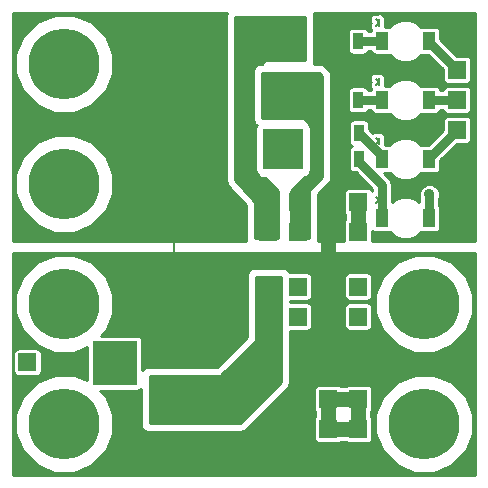
<source format=gbr>
G04 #@! TF.FileFunction,Copper,L1,Top,Signal*
%FSLAX46Y46*%
G04 Gerber Fmt 4.6, Leading zero omitted, Abs format (unit mm)*
G04 Created by KiCad (PCBNEW 4.0.1-stable) date 18. 2. 2016 11:55:29*
%MOMM*%
G01*
G04 APERTURE LIST*
%ADD10C,0.300000*%
%ADD11C,0.150000*%
%ADD12C,6.000000*%
%ADD13R,1.524000X1.524000*%
%ADD14R,3.810000X3.810000*%
%ADD15R,0.889000X1.397000*%
%ADD16R,3.400000X3.400000*%
%ADD17R,1.050000X1.500000*%
%ADD18C,0.890000*%
%ADD19C,0.200000*%
%ADD20C,1.300000*%
%ADD21C,0.800000*%
%ADD22C,0.254000*%
G04 APERTURE END LIST*
D10*
D11*
X31757620Y24006220D02*
X31437580Y24311020D01*
X31719520Y24021460D02*
X31445200Y23749680D01*
X31750000Y23749680D02*
X31755080Y24318640D01*
X31757620Y39006220D02*
X31437580Y39311020D01*
X31719520Y39021460D02*
X31445200Y38749680D01*
X31750000Y38749680D02*
X31755080Y39318640D01*
X31757620Y29001720D02*
X31437580Y29306520D01*
X31719520Y29016960D02*
X31445200Y28745180D01*
X31750000Y28745180D02*
X31755080Y29314140D01*
X31757620Y34006220D02*
X31437580Y34311020D01*
X31719520Y34021460D02*
X31445200Y33749680D01*
X31750000Y33749680D02*
X31755080Y34318640D01*
D12*
X35560000Y15240000D03*
D13*
X29972000Y2095500D03*
X27432000Y2095500D03*
X29972000Y4635500D03*
X27432000Y4635500D03*
X29972000Y7175500D03*
X27432000Y7175500D03*
X29972000Y9715500D03*
X27432000Y9715500D03*
D14*
X14351000Y13312000D03*
X14351000Y7112000D03*
X9351000Y10212000D03*
D13*
X22352000Y14160500D03*
X22352000Y16700500D03*
X22352000Y21336000D03*
X22352000Y23876000D03*
X24892000Y21336000D03*
X24892000Y23876000D03*
X24892000Y14160500D03*
X24892000Y16700500D03*
X38354000Y35052000D03*
X38354000Y29972000D03*
D15*
X30035500Y27495500D03*
X28130500Y27495500D03*
X29972000Y37465000D03*
X28067000Y37465000D03*
X30035500Y29718000D03*
X28130500Y29718000D03*
D16*
X23622000Y28320000D03*
X23622000Y33020000D03*
X23622000Y37720000D03*
D12*
X5080000Y15240000D03*
X35560000Y5080000D03*
X5080000Y5080000D03*
X5080000Y25400000D03*
X5080000Y35560000D03*
D13*
X38354000Y32512000D03*
D15*
X29972000Y32512000D03*
X28067000Y32512000D03*
D17*
X35972500Y22500000D03*
X31972500Y22500000D03*
X35972500Y37500000D03*
X31972500Y37500000D03*
X35972500Y27495500D03*
X31972500Y27495500D03*
X35972500Y32500000D03*
X31972500Y32500000D03*
D13*
X29972000Y14160500D03*
X29972000Y16700500D03*
X29972000Y21336000D03*
X29972000Y23876000D03*
X27432000Y21336000D03*
X27432000Y23876000D03*
X27432000Y14160500D03*
X27432000Y16700500D03*
X1968500Y10287000D03*
D18*
X13081000Y24130000D03*
X36004500Y24511000D03*
D19*
X14351000Y13312000D02*
X14351000Y22860000D01*
X14351000Y22860000D02*
X13081000Y24130000D01*
D20*
X27432000Y16700500D02*
X27432000Y21336000D01*
D21*
X28067000Y32512000D02*
X28067000Y37465000D01*
X28130500Y29718000D02*
X28130500Y32448500D01*
X28130500Y32448500D02*
X28067000Y32512000D01*
X28130500Y27495500D02*
X28130500Y29718000D01*
X28130500Y27495500D02*
X28130500Y24574500D01*
X28130500Y24574500D02*
X27432000Y23876000D01*
X30035500Y27495500D02*
X30035500Y27241500D01*
X30035500Y27241500D02*
X31972500Y25304500D01*
X31972500Y25304500D02*
X31972500Y24050000D01*
X31972500Y24050000D02*
X31972500Y22500000D01*
X35972500Y22500000D02*
X35972500Y24479000D01*
X35972500Y24479000D02*
X36004500Y24511000D01*
D20*
X29972000Y21336000D02*
X29972000Y23876000D01*
D21*
X31972500Y37500000D02*
X30007000Y37500000D01*
X30007000Y37500000D02*
X29972000Y37465000D01*
X35972500Y37500000D02*
X35972500Y37433500D01*
X35972500Y37433500D02*
X38354000Y35052000D01*
X30035500Y29718000D02*
X31972500Y27781000D01*
X31972500Y27781000D02*
X31972500Y27495500D01*
X35972500Y27495500D02*
X35972500Y27590500D01*
X35972500Y27590500D02*
X38354000Y29972000D01*
D20*
X29972000Y7175500D02*
X27432000Y7175500D01*
X29972000Y4635500D02*
X29972000Y7175500D01*
X27432000Y4635500D02*
X29972000Y4635500D01*
X27432000Y4635500D02*
X27432000Y7175500D01*
D21*
X29972000Y32512000D02*
X31960500Y32512000D01*
X31960500Y32512000D02*
X31972500Y32500000D01*
X35972500Y32500000D02*
X38342000Y32500000D01*
X38342000Y32500000D02*
X38354000Y32512000D01*
D22*
G36*
X23431500Y8625106D02*
X19949894Y5143500D01*
X12319000Y5143500D01*
X12319000Y9144000D01*
X18288000Y9144000D01*
X18337410Y9154006D01*
X18377803Y9181197D01*
X21298803Y12102197D01*
X21326666Y12144211D01*
X21336000Y12192000D01*
X21336000Y17526000D01*
X23431500Y17526000D01*
X23431500Y8625106D01*
X23431500Y8625106D01*
G37*
X23431500Y8625106D02*
X19949894Y5143500D01*
X12319000Y5143500D01*
X12319000Y9144000D01*
X18288000Y9144000D01*
X18337410Y9154006D01*
X18377803Y9181197D01*
X21298803Y12102197D01*
X21326666Y12144211D01*
X21336000Y12192000D01*
X21336000Y17526000D01*
X23431500Y17526000D01*
X23431500Y8625106D01*
G36*
X39884000Y756000D02*
X756000Y756000D01*
X756000Y11049000D01*
X771135Y11049000D01*
X771135Y9525000D01*
X800909Y9366763D01*
X894427Y9221433D01*
X1037119Y9123936D01*
X1206500Y9089635D01*
X2730500Y9089635D01*
X2888737Y9119409D01*
X3034067Y9212927D01*
X3131564Y9355619D01*
X3165865Y9525000D01*
X3165865Y11049000D01*
X3136091Y11207237D01*
X3042573Y11352567D01*
X2899881Y11450064D01*
X2730500Y11484365D01*
X1206500Y11484365D01*
X1048263Y11454591D01*
X902933Y11361073D01*
X805436Y11218381D01*
X771135Y11049000D01*
X756000Y11049000D01*
X756000Y14422690D01*
X952285Y14422690D01*
X1579259Y12905296D01*
X2739190Y11743340D01*
X4255487Y11113718D01*
X5897310Y11112285D01*
X7010635Y11572301D01*
X7010635Y8746980D01*
X5904513Y9206282D01*
X4262690Y9207715D01*
X2745296Y8580741D01*
X1583340Y7420810D01*
X953718Y5904513D01*
X952285Y4262690D01*
X1579259Y2745296D01*
X2739190Y1583340D01*
X4255487Y953718D01*
X5897310Y952285D01*
X7414704Y1579259D01*
X8576660Y2739190D01*
X9206282Y4255487D01*
X9207715Y5897310D01*
X8580741Y7414704D01*
X8124606Y7871635D01*
X11256000Y7871635D01*
X11414237Y7901409D01*
X11557000Y7993275D01*
X11557000Y5016500D01*
X11600427Y4785705D01*
X11736827Y4573733D01*
X11944949Y4431529D01*
X12192000Y4381500D01*
X20002500Y4381500D01*
X20241446Y4428172D01*
X20451513Y4567487D01*
X23821526Y7937500D01*
X26234635Y7937500D01*
X26234635Y6413500D01*
X26264409Y6255263D01*
X26355000Y6114482D01*
X26355000Y5692840D01*
X26268936Y5566881D01*
X26234635Y5397500D01*
X26234635Y3873500D01*
X26264409Y3715263D01*
X26357927Y3569933D01*
X26500619Y3472436D01*
X26670000Y3438135D01*
X28194000Y3438135D01*
X28352237Y3467909D01*
X28493018Y3558500D01*
X28914660Y3558500D01*
X29040619Y3472436D01*
X29210000Y3438135D01*
X30734000Y3438135D01*
X30892237Y3467909D01*
X31037567Y3561427D01*
X31135064Y3704119D01*
X31169365Y3873500D01*
X31169365Y4262690D01*
X31432285Y4262690D01*
X32059259Y2745296D01*
X33219190Y1583340D01*
X34735487Y953718D01*
X36377310Y952285D01*
X37894704Y1579259D01*
X39056660Y2739190D01*
X39686282Y4255487D01*
X39687715Y5897310D01*
X39060741Y7414704D01*
X37900810Y8576660D01*
X36384513Y9206282D01*
X34742690Y9207715D01*
X33225296Y8580741D01*
X32063340Y7420810D01*
X31433718Y5904513D01*
X31432285Y4262690D01*
X31169365Y4262690D01*
X31169365Y5397500D01*
X31139591Y5555737D01*
X31049000Y5696518D01*
X31049000Y6118160D01*
X31135064Y6244119D01*
X31169365Y6413500D01*
X31169365Y7937500D01*
X31139591Y8095737D01*
X31046073Y8241067D01*
X30903381Y8338564D01*
X30734000Y8372865D01*
X29210000Y8372865D01*
X29051763Y8343091D01*
X28910982Y8252500D01*
X28489340Y8252500D01*
X28363381Y8338564D01*
X28194000Y8372865D01*
X26670000Y8372865D01*
X26511763Y8343091D01*
X26366433Y8249573D01*
X26268936Y8106881D01*
X26234635Y7937500D01*
X23821526Y7937500D01*
X24007513Y8123487D01*
X24143471Y8325449D01*
X24193500Y8572500D01*
X24193500Y12963135D01*
X25654000Y12963135D01*
X25812237Y12992909D01*
X25957567Y13086427D01*
X26055064Y13229119D01*
X26089365Y13398500D01*
X26089365Y14922500D01*
X28774635Y14922500D01*
X28774635Y13398500D01*
X28804409Y13240263D01*
X28897927Y13094933D01*
X29040619Y12997436D01*
X29210000Y12963135D01*
X30734000Y12963135D01*
X30892237Y12992909D01*
X31037567Y13086427D01*
X31135064Y13229119D01*
X31169365Y13398500D01*
X31169365Y14422690D01*
X31432285Y14422690D01*
X32059259Y12905296D01*
X33219190Y11743340D01*
X34735487Y11113718D01*
X36377310Y11112285D01*
X37894704Y11739259D01*
X39056660Y12899190D01*
X39686282Y14415487D01*
X39687715Y16057310D01*
X39060741Y17574704D01*
X37900810Y18736660D01*
X36384513Y19366282D01*
X34742690Y19367715D01*
X33225296Y18740741D01*
X32063340Y17580810D01*
X31433718Y16064513D01*
X31432285Y14422690D01*
X31169365Y14422690D01*
X31169365Y14922500D01*
X31139591Y15080737D01*
X31046073Y15226067D01*
X30903381Y15323564D01*
X30734000Y15357865D01*
X29210000Y15357865D01*
X29051763Y15328091D01*
X28906433Y15234573D01*
X28808936Y15091881D01*
X28774635Y14922500D01*
X26089365Y14922500D01*
X26059591Y15080737D01*
X25966073Y15226067D01*
X25823381Y15323564D01*
X25654000Y15357865D01*
X24193500Y15357865D01*
X24193500Y15503135D01*
X25654000Y15503135D01*
X25812237Y15532909D01*
X25957567Y15626427D01*
X26055064Y15769119D01*
X26089365Y15938500D01*
X26089365Y17462500D01*
X28774635Y17462500D01*
X28774635Y15938500D01*
X28804409Y15780263D01*
X28897927Y15634933D01*
X29040619Y15537436D01*
X29210000Y15503135D01*
X30734000Y15503135D01*
X30892237Y15532909D01*
X31037567Y15626427D01*
X31135064Y15769119D01*
X31169365Y15938500D01*
X31169365Y17462500D01*
X31139591Y17620737D01*
X31046073Y17766067D01*
X30903381Y17863564D01*
X30734000Y17897865D01*
X29210000Y17897865D01*
X29051763Y17868091D01*
X28906433Y17774573D01*
X28808936Y17631881D01*
X28774635Y17462500D01*
X26089365Y17462500D01*
X26059591Y17620737D01*
X25966073Y17766067D01*
X25823381Y17863564D01*
X25654000Y17897865D01*
X24141019Y17897865D01*
X24013673Y18095767D01*
X23805551Y18237971D01*
X23558500Y18288000D01*
X21209000Y18288000D01*
X20978205Y18244573D01*
X20766233Y18108173D01*
X20624029Y17900051D01*
X20574000Y17653000D01*
X20574000Y12455026D01*
X18024974Y9906000D01*
X12192000Y9906000D01*
X11961205Y9862573D01*
X11749233Y9726173D01*
X11691365Y9641481D01*
X11691365Y12117000D01*
X11661591Y12275237D01*
X11568073Y12420567D01*
X11425381Y12518064D01*
X11256000Y12552365D01*
X8229230Y12552365D01*
X8576660Y12899190D01*
X9206282Y14415487D01*
X9207715Y16057310D01*
X8580741Y17574704D01*
X7420810Y18736660D01*
X5904513Y19366282D01*
X4262690Y19367715D01*
X2745296Y18740741D01*
X1583340Y17580810D01*
X953718Y16064513D01*
X952285Y14422690D01*
X756000Y14422690D01*
X756000Y19564000D01*
X39884000Y19564000D01*
X39884000Y756000D01*
X39884000Y756000D01*
G37*
X39884000Y756000D02*
X756000Y756000D01*
X756000Y11049000D01*
X771135Y11049000D01*
X771135Y9525000D01*
X800909Y9366763D01*
X894427Y9221433D01*
X1037119Y9123936D01*
X1206500Y9089635D01*
X2730500Y9089635D01*
X2888737Y9119409D01*
X3034067Y9212927D01*
X3131564Y9355619D01*
X3165865Y9525000D01*
X3165865Y11049000D01*
X3136091Y11207237D01*
X3042573Y11352567D01*
X2899881Y11450064D01*
X2730500Y11484365D01*
X1206500Y11484365D01*
X1048263Y11454591D01*
X902933Y11361073D01*
X805436Y11218381D01*
X771135Y11049000D01*
X756000Y11049000D01*
X756000Y14422690D01*
X952285Y14422690D01*
X1579259Y12905296D01*
X2739190Y11743340D01*
X4255487Y11113718D01*
X5897310Y11112285D01*
X7010635Y11572301D01*
X7010635Y8746980D01*
X5904513Y9206282D01*
X4262690Y9207715D01*
X2745296Y8580741D01*
X1583340Y7420810D01*
X953718Y5904513D01*
X952285Y4262690D01*
X1579259Y2745296D01*
X2739190Y1583340D01*
X4255487Y953718D01*
X5897310Y952285D01*
X7414704Y1579259D01*
X8576660Y2739190D01*
X9206282Y4255487D01*
X9207715Y5897310D01*
X8580741Y7414704D01*
X8124606Y7871635D01*
X11256000Y7871635D01*
X11414237Y7901409D01*
X11557000Y7993275D01*
X11557000Y5016500D01*
X11600427Y4785705D01*
X11736827Y4573733D01*
X11944949Y4431529D01*
X12192000Y4381500D01*
X20002500Y4381500D01*
X20241446Y4428172D01*
X20451513Y4567487D01*
X23821526Y7937500D01*
X26234635Y7937500D01*
X26234635Y6413500D01*
X26264409Y6255263D01*
X26355000Y6114482D01*
X26355000Y5692840D01*
X26268936Y5566881D01*
X26234635Y5397500D01*
X26234635Y3873500D01*
X26264409Y3715263D01*
X26357927Y3569933D01*
X26500619Y3472436D01*
X26670000Y3438135D01*
X28194000Y3438135D01*
X28352237Y3467909D01*
X28493018Y3558500D01*
X28914660Y3558500D01*
X29040619Y3472436D01*
X29210000Y3438135D01*
X30734000Y3438135D01*
X30892237Y3467909D01*
X31037567Y3561427D01*
X31135064Y3704119D01*
X31169365Y3873500D01*
X31169365Y4262690D01*
X31432285Y4262690D01*
X32059259Y2745296D01*
X33219190Y1583340D01*
X34735487Y953718D01*
X36377310Y952285D01*
X37894704Y1579259D01*
X39056660Y2739190D01*
X39686282Y4255487D01*
X39687715Y5897310D01*
X39060741Y7414704D01*
X37900810Y8576660D01*
X36384513Y9206282D01*
X34742690Y9207715D01*
X33225296Y8580741D01*
X32063340Y7420810D01*
X31433718Y5904513D01*
X31432285Y4262690D01*
X31169365Y4262690D01*
X31169365Y5397500D01*
X31139591Y5555737D01*
X31049000Y5696518D01*
X31049000Y6118160D01*
X31135064Y6244119D01*
X31169365Y6413500D01*
X31169365Y7937500D01*
X31139591Y8095737D01*
X31046073Y8241067D01*
X30903381Y8338564D01*
X30734000Y8372865D01*
X29210000Y8372865D01*
X29051763Y8343091D01*
X28910982Y8252500D01*
X28489340Y8252500D01*
X28363381Y8338564D01*
X28194000Y8372865D01*
X26670000Y8372865D01*
X26511763Y8343091D01*
X26366433Y8249573D01*
X26268936Y8106881D01*
X26234635Y7937500D01*
X23821526Y7937500D01*
X24007513Y8123487D01*
X24143471Y8325449D01*
X24193500Y8572500D01*
X24193500Y12963135D01*
X25654000Y12963135D01*
X25812237Y12992909D01*
X25957567Y13086427D01*
X26055064Y13229119D01*
X26089365Y13398500D01*
X26089365Y14922500D01*
X28774635Y14922500D01*
X28774635Y13398500D01*
X28804409Y13240263D01*
X28897927Y13094933D01*
X29040619Y12997436D01*
X29210000Y12963135D01*
X30734000Y12963135D01*
X30892237Y12992909D01*
X31037567Y13086427D01*
X31135064Y13229119D01*
X31169365Y13398500D01*
X31169365Y14422690D01*
X31432285Y14422690D01*
X32059259Y12905296D01*
X33219190Y11743340D01*
X34735487Y11113718D01*
X36377310Y11112285D01*
X37894704Y11739259D01*
X39056660Y12899190D01*
X39686282Y14415487D01*
X39687715Y16057310D01*
X39060741Y17574704D01*
X37900810Y18736660D01*
X36384513Y19366282D01*
X34742690Y19367715D01*
X33225296Y18740741D01*
X32063340Y17580810D01*
X31433718Y16064513D01*
X31432285Y14422690D01*
X31169365Y14422690D01*
X31169365Y14922500D01*
X31139591Y15080737D01*
X31046073Y15226067D01*
X30903381Y15323564D01*
X30734000Y15357865D01*
X29210000Y15357865D01*
X29051763Y15328091D01*
X28906433Y15234573D01*
X28808936Y15091881D01*
X28774635Y14922500D01*
X26089365Y14922500D01*
X26059591Y15080737D01*
X25966073Y15226067D01*
X25823381Y15323564D01*
X25654000Y15357865D01*
X24193500Y15357865D01*
X24193500Y15503135D01*
X25654000Y15503135D01*
X25812237Y15532909D01*
X25957567Y15626427D01*
X26055064Y15769119D01*
X26089365Y15938500D01*
X26089365Y17462500D01*
X28774635Y17462500D01*
X28774635Y15938500D01*
X28804409Y15780263D01*
X28897927Y15634933D01*
X29040619Y15537436D01*
X29210000Y15503135D01*
X30734000Y15503135D01*
X30892237Y15532909D01*
X31037567Y15626427D01*
X31135064Y15769119D01*
X31169365Y15938500D01*
X31169365Y17462500D01*
X31139591Y17620737D01*
X31046073Y17766067D01*
X30903381Y17863564D01*
X30734000Y17897865D01*
X29210000Y17897865D01*
X29051763Y17868091D01*
X28906433Y17774573D01*
X28808936Y17631881D01*
X28774635Y17462500D01*
X26089365Y17462500D01*
X26059591Y17620737D01*
X25966073Y17766067D01*
X25823381Y17863564D01*
X25654000Y17897865D01*
X24141019Y17897865D01*
X24013673Y18095767D01*
X23805551Y18237971D01*
X23558500Y18288000D01*
X21209000Y18288000D01*
X20978205Y18244573D01*
X20766233Y18108173D01*
X20624029Y17900051D01*
X20574000Y17653000D01*
X20574000Y12455026D01*
X18024974Y9906000D01*
X12192000Y9906000D01*
X11961205Y9862573D01*
X11749233Y9726173D01*
X11691365Y9641481D01*
X11691365Y12117000D01*
X11661591Y12275237D01*
X11568073Y12420567D01*
X11425381Y12518064D01*
X11256000Y12552365D01*
X8229230Y12552365D01*
X8576660Y12899190D01*
X9206282Y14415487D01*
X9207715Y16057310D01*
X8580741Y17574704D01*
X7420810Y18736660D01*
X5904513Y19366282D01*
X4262690Y19367715D01*
X2745296Y18740741D01*
X1583340Y17580810D01*
X953718Y16064513D01*
X952285Y14422690D01*
X756000Y14422690D01*
X756000Y19564000D01*
X39884000Y19564000D01*
X39884000Y756000D01*
G36*
X39884000Y20568000D02*
X31168150Y20568000D01*
X31169365Y20574000D01*
X31169365Y21423244D01*
X31278119Y21348936D01*
X31447500Y21314635D01*
X32497500Y21314635D01*
X32621618Y21337989D01*
X32964596Y20994412D01*
X33617482Y20723310D01*
X34324416Y20722693D01*
X34977774Y20992655D01*
X35325139Y21339414D01*
X35447500Y21314635D01*
X36497500Y21314635D01*
X36655737Y21344409D01*
X36801067Y21437927D01*
X36898564Y21580619D01*
X36932865Y21750000D01*
X36932865Y23250000D01*
X36903091Y23408237D01*
X36809573Y23553567D01*
X36799500Y23560450D01*
X36799500Y24151718D01*
X36876348Y24336788D01*
X36876651Y24683690D01*
X36744176Y25004303D01*
X36499093Y25249814D01*
X36178712Y25382848D01*
X35831810Y25383151D01*
X35511197Y25250676D01*
X35265686Y25005593D01*
X35132652Y24685212D01*
X35132349Y24338310D01*
X35145500Y24306482D01*
X35145500Y23840203D01*
X34980404Y24005588D01*
X34327518Y24276690D01*
X33620584Y24277307D01*
X32967226Y24007345D01*
X32799500Y23839912D01*
X32799500Y25304500D01*
X32736548Y25620979D01*
X32671592Y25718193D01*
X32557278Y25889277D01*
X32136420Y26310135D01*
X32497500Y26310135D01*
X32621618Y26333489D01*
X32964596Y25989912D01*
X33617482Y25718810D01*
X34324416Y25718193D01*
X34977774Y25988155D01*
X35325139Y26334914D01*
X35447500Y26310135D01*
X36497500Y26310135D01*
X36655737Y26339909D01*
X36801067Y26433427D01*
X36898564Y26576119D01*
X36932865Y26745500D01*
X36932865Y27381311D01*
X38326190Y28774635D01*
X39116000Y28774635D01*
X39274237Y28804409D01*
X39419567Y28897927D01*
X39517064Y29040619D01*
X39551365Y29210000D01*
X39551365Y30734000D01*
X39521591Y30892237D01*
X39428073Y31037567D01*
X39285381Y31135064D01*
X39116000Y31169365D01*
X37592000Y31169365D01*
X37433763Y31139591D01*
X37288433Y31046073D01*
X37190936Y30903381D01*
X37156635Y30734000D01*
X37156635Y29944190D01*
X35893311Y28680865D01*
X35447500Y28680865D01*
X35323382Y28657511D01*
X34980404Y29001088D01*
X34327518Y29272190D01*
X33620584Y29272807D01*
X32967226Y29002845D01*
X32619861Y28656086D01*
X32497500Y28680865D01*
X32242190Y28680865D01*
X32239982Y28683073D01*
X32251980Y28740698D01*
X32254146Y28983301D01*
X32259471Y29013960D01*
X32254613Y29035609D01*
X32257060Y29309658D01*
X32220565Y29502099D01*
X32113203Y29665925D01*
X31951320Y29776195D01*
X31759562Y29816120D01*
X31578465Y29781776D01*
X31425340Y29808371D01*
X31234221Y29765486D01*
X31189238Y29733816D01*
X30915365Y30007689D01*
X30915365Y30416500D01*
X30885591Y30574737D01*
X30792073Y30720067D01*
X30649381Y30817564D01*
X30480000Y30851865D01*
X29591000Y30851865D01*
X29432763Y30822091D01*
X29287433Y30728573D01*
X29189936Y30585881D01*
X29155635Y30416500D01*
X29155635Y29019500D01*
X29185409Y28861263D01*
X29278927Y28715933D01*
X29421619Y28618436D01*
X29475224Y28607581D01*
X29432763Y28599591D01*
X29287433Y28506073D01*
X29189936Y28363381D01*
X29155635Y28194000D01*
X29155635Y26797000D01*
X29185409Y26638763D01*
X29278927Y26493433D01*
X29421619Y26395936D01*
X29591000Y26361635D01*
X29745811Y26361635D01*
X31145500Y24961945D01*
X31145500Y24764833D01*
X31139591Y24796237D01*
X31046073Y24941567D01*
X30903381Y25039064D01*
X30734000Y25073365D01*
X29210000Y25073365D01*
X29051763Y25043591D01*
X28906433Y24950073D01*
X28808936Y24807381D01*
X28774635Y24638000D01*
X28774635Y23114000D01*
X28804409Y22955763D01*
X28895000Y22814982D01*
X28895000Y22393340D01*
X28808936Y22267381D01*
X28774635Y22098000D01*
X28774635Y20574000D01*
X28775764Y20568000D01*
X26543000Y20568000D01*
X26543000Y24501974D01*
X27500013Y25458987D01*
X27635971Y25660949D01*
X27686000Y25908000D01*
X27686000Y33210500D01*
X29092135Y33210500D01*
X29092135Y31813500D01*
X29121909Y31655263D01*
X29215427Y31509933D01*
X29358119Y31412436D01*
X29527500Y31378135D01*
X30416500Y31378135D01*
X30574737Y31407909D01*
X30720067Y31501427D01*
X30817564Y31644119D01*
X30825843Y31685000D01*
X31024365Y31685000D01*
X31041909Y31591763D01*
X31135427Y31446433D01*
X31278119Y31348936D01*
X31447500Y31314635D01*
X32497500Y31314635D01*
X32621618Y31337989D01*
X32964596Y30994412D01*
X33617482Y30723310D01*
X34324416Y30722693D01*
X34977774Y30992655D01*
X35325139Y31339414D01*
X35447500Y31314635D01*
X36497500Y31314635D01*
X36655737Y31344409D01*
X36801067Y31437927D01*
X36898564Y31580619D01*
X36917272Y31673000D01*
X37171123Y31673000D01*
X37186409Y31591763D01*
X37279927Y31446433D01*
X37422619Y31348936D01*
X37592000Y31314635D01*
X39116000Y31314635D01*
X39274237Y31344409D01*
X39419567Y31437927D01*
X39517064Y31580619D01*
X39551365Y31750000D01*
X39551365Y33274000D01*
X39521591Y33432237D01*
X39428073Y33577567D01*
X39285381Y33675064D01*
X39116000Y33709365D01*
X37592000Y33709365D01*
X37433763Y33679591D01*
X37288433Y33586073D01*
X37190936Y33443381D01*
X37167368Y33327000D01*
X36918377Y33327000D01*
X36903091Y33408237D01*
X36809573Y33553567D01*
X36666881Y33651064D01*
X36497500Y33685365D01*
X35447500Y33685365D01*
X35323382Y33662011D01*
X34980404Y34005588D01*
X34327518Y34276690D01*
X33620584Y34277307D01*
X32967226Y34007345D01*
X32619861Y33660586D01*
X32497500Y33685365D01*
X32239522Y33685365D01*
X32251980Y33745198D01*
X32254146Y33987801D01*
X32259471Y34018460D01*
X32254613Y34040109D01*
X32257060Y34314158D01*
X32220565Y34506599D01*
X32113203Y34670425D01*
X31951320Y34780695D01*
X31759562Y34820620D01*
X31578465Y34786276D01*
X31425340Y34812871D01*
X31234221Y34769986D01*
X31074063Y34657227D01*
X30969246Y34491762D01*
X30935729Y34298780D01*
X30978614Y34107661D01*
X31036917Y34024850D01*
X30982311Y33943943D01*
X30943205Y33752015D01*
X30980524Y33559732D01*
X31060117Y33439404D01*
X31046436Y33419381D01*
X31030158Y33339000D01*
X30827686Y33339000D01*
X30822091Y33368737D01*
X30728573Y33514067D01*
X30585881Y33611564D01*
X30416500Y33645865D01*
X29527500Y33645865D01*
X29369263Y33616091D01*
X29223933Y33522573D01*
X29126436Y33379881D01*
X29092135Y33210500D01*
X27686000Y33210500D01*
X27686000Y34607500D01*
X27639328Y34846446D01*
X27500013Y35056513D01*
X27182513Y35374013D01*
X26980551Y35509971D01*
X26733500Y35560000D01*
X26186923Y35560000D01*
X26225500Y35750500D01*
X26225500Y38163500D01*
X29092135Y38163500D01*
X29092135Y36766500D01*
X29121909Y36608263D01*
X29215427Y36462933D01*
X29358119Y36365436D01*
X29527500Y36331135D01*
X30416500Y36331135D01*
X30574737Y36360909D01*
X30720067Y36454427D01*
X30817564Y36597119D01*
X30832931Y36673000D01*
X31026623Y36673000D01*
X31041909Y36591763D01*
X31135427Y36446433D01*
X31278119Y36348936D01*
X31447500Y36314635D01*
X32497500Y36314635D01*
X32621618Y36337989D01*
X32964596Y35994412D01*
X33617482Y35723310D01*
X34324416Y35722693D01*
X34977774Y35992655D01*
X35325139Y36339414D01*
X35447500Y36314635D01*
X35921811Y36314635D01*
X37156635Y35079810D01*
X37156635Y34290000D01*
X37186409Y34131763D01*
X37279927Y33986433D01*
X37422619Y33888936D01*
X37592000Y33854635D01*
X39116000Y33854635D01*
X39274237Y33884409D01*
X39419567Y33977927D01*
X39517064Y34120619D01*
X39551365Y34290000D01*
X39551365Y35814000D01*
X39521591Y35972237D01*
X39428073Y36117567D01*
X39285381Y36215064D01*
X39116000Y36249365D01*
X38326190Y36249365D01*
X36932865Y37642689D01*
X36932865Y38250000D01*
X36903091Y38408237D01*
X36809573Y38553567D01*
X36666881Y38651064D01*
X36497500Y38685365D01*
X35447500Y38685365D01*
X35323382Y38662011D01*
X34980404Y39005588D01*
X34327518Y39276690D01*
X33620584Y39277307D01*
X32967226Y39007345D01*
X32619861Y38660586D01*
X32497500Y38685365D01*
X32239522Y38685365D01*
X32251980Y38745198D01*
X32254146Y38987801D01*
X32259471Y39018460D01*
X32254613Y39040109D01*
X32257060Y39314158D01*
X32220565Y39506599D01*
X32113203Y39670425D01*
X31951320Y39780695D01*
X31759562Y39820620D01*
X31578465Y39786276D01*
X31425340Y39812871D01*
X31234221Y39769986D01*
X31074063Y39657227D01*
X30969246Y39491762D01*
X30935729Y39298780D01*
X30978614Y39107661D01*
X31036917Y39024850D01*
X30982311Y38943943D01*
X30943205Y38752015D01*
X30980524Y38559732D01*
X31060117Y38439404D01*
X31046436Y38419381D01*
X31027728Y38327000D01*
X30818704Y38327000D01*
X30728573Y38467067D01*
X30585881Y38564564D01*
X30416500Y38598865D01*
X29527500Y38598865D01*
X29369263Y38569091D01*
X29223933Y38475573D01*
X29126436Y38332881D01*
X29092135Y38163500D01*
X26225500Y38163500D01*
X26225500Y39687500D01*
X26188526Y39884000D01*
X39884000Y39884000D01*
X39884000Y20568000D01*
X39884000Y20568000D01*
G37*
X39884000Y20568000D02*
X31168150Y20568000D01*
X31169365Y20574000D01*
X31169365Y21423244D01*
X31278119Y21348936D01*
X31447500Y21314635D01*
X32497500Y21314635D01*
X32621618Y21337989D01*
X32964596Y20994412D01*
X33617482Y20723310D01*
X34324416Y20722693D01*
X34977774Y20992655D01*
X35325139Y21339414D01*
X35447500Y21314635D01*
X36497500Y21314635D01*
X36655737Y21344409D01*
X36801067Y21437927D01*
X36898564Y21580619D01*
X36932865Y21750000D01*
X36932865Y23250000D01*
X36903091Y23408237D01*
X36809573Y23553567D01*
X36799500Y23560450D01*
X36799500Y24151718D01*
X36876348Y24336788D01*
X36876651Y24683690D01*
X36744176Y25004303D01*
X36499093Y25249814D01*
X36178712Y25382848D01*
X35831810Y25383151D01*
X35511197Y25250676D01*
X35265686Y25005593D01*
X35132652Y24685212D01*
X35132349Y24338310D01*
X35145500Y24306482D01*
X35145500Y23840203D01*
X34980404Y24005588D01*
X34327518Y24276690D01*
X33620584Y24277307D01*
X32967226Y24007345D01*
X32799500Y23839912D01*
X32799500Y25304500D01*
X32736548Y25620979D01*
X32671592Y25718193D01*
X32557278Y25889277D01*
X32136420Y26310135D01*
X32497500Y26310135D01*
X32621618Y26333489D01*
X32964596Y25989912D01*
X33617482Y25718810D01*
X34324416Y25718193D01*
X34977774Y25988155D01*
X35325139Y26334914D01*
X35447500Y26310135D01*
X36497500Y26310135D01*
X36655737Y26339909D01*
X36801067Y26433427D01*
X36898564Y26576119D01*
X36932865Y26745500D01*
X36932865Y27381311D01*
X38326190Y28774635D01*
X39116000Y28774635D01*
X39274237Y28804409D01*
X39419567Y28897927D01*
X39517064Y29040619D01*
X39551365Y29210000D01*
X39551365Y30734000D01*
X39521591Y30892237D01*
X39428073Y31037567D01*
X39285381Y31135064D01*
X39116000Y31169365D01*
X37592000Y31169365D01*
X37433763Y31139591D01*
X37288433Y31046073D01*
X37190936Y30903381D01*
X37156635Y30734000D01*
X37156635Y29944190D01*
X35893311Y28680865D01*
X35447500Y28680865D01*
X35323382Y28657511D01*
X34980404Y29001088D01*
X34327518Y29272190D01*
X33620584Y29272807D01*
X32967226Y29002845D01*
X32619861Y28656086D01*
X32497500Y28680865D01*
X32242190Y28680865D01*
X32239982Y28683073D01*
X32251980Y28740698D01*
X32254146Y28983301D01*
X32259471Y29013960D01*
X32254613Y29035609D01*
X32257060Y29309658D01*
X32220565Y29502099D01*
X32113203Y29665925D01*
X31951320Y29776195D01*
X31759562Y29816120D01*
X31578465Y29781776D01*
X31425340Y29808371D01*
X31234221Y29765486D01*
X31189238Y29733816D01*
X30915365Y30007689D01*
X30915365Y30416500D01*
X30885591Y30574737D01*
X30792073Y30720067D01*
X30649381Y30817564D01*
X30480000Y30851865D01*
X29591000Y30851865D01*
X29432763Y30822091D01*
X29287433Y30728573D01*
X29189936Y30585881D01*
X29155635Y30416500D01*
X29155635Y29019500D01*
X29185409Y28861263D01*
X29278927Y28715933D01*
X29421619Y28618436D01*
X29475224Y28607581D01*
X29432763Y28599591D01*
X29287433Y28506073D01*
X29189936Y28363381D01*
X29155635Y28194000D01*
X29155635Y26797000D01*
X29185409Y26638763D01*
X29278927Y26493433D01*
X29421619Y26395936D01*
X29591000Y26361635D01*
X29745811Y26361635D01*
X31145500Y24961945D01*
X31145500Y24764833D01*
X31139591Y24796237D01*
X31046073Y24941567D01*
X30903381Y25039064D01*
X30734000Y25073365D01*
X29210000Y25073365D01*
X29051763Y25043591D01*
X28906433Y24950073D01*
X28808936Y24807381D01*
X28774635Y24638000D01*
X28774635Y23114000D01*
X28804409Y22955763D01*
X28895000Y22814982D01*
X28895000Y22393340D01*
X28808936Y22267381D01*
X28774635Y22098000D01*
X28774635Y20574000D01*
X28775764Y20568000D01*
X26543000Y20568000D01*
X26543000Y24501974D01*
X27500013Y25458987D01*
X27635971Y25660949D01*
X27686000Y25908000D01*
X27686000Y33210500D01*
X29092135Y33210500D01*
X29092135Y31813500D01*
X29121909Y31655263D01*
X29215427Y31509933D01*
X29358119Y31412436D01*
X29527500Y31378135D01*
X30416500Y31378135D01*
X30574737Y31407909D01*
X30720067Y31501427D01*
X30817564Y31644119D01*
X30825843Y31685000D01*
X31024365Y31685000D01*
X31041909Y31591763D01*
X31135427Y31446433D01*
X31278119Y31348936D01*
X31447500Y31314635D01*
X32497500Y31314635D01*
X32621618Y31337989D01*
X32964596Y30994412D01*
X33617482Y30723310D01*
X34324416Y30722693D01*
X34977774Y30992655D01*
X35325139Y31339414D01*
X35447500Y31314635D01*
X36497500Y31314635D01*
X36655737Y31344409D01*
X36801067Y31437927D01*
X36898564Y31580619D01*
X36917272Y31673000D01*
X37171123Y31673000D01*
X37186409Y31591763D01*
X37279927Y31446433D01*
X37422619Y31348936D01*
X37592000Y31314635D01*
X39116000Y31314635D01*
X39274237Y31344409D01*
X39419567Y31437927D01*
X39517064Y31580619D01*
X39551365Y31750000D01*
X39551365Y33274000D01*
X39521591Y33432237D01*
X39428073Y33577567D01*
X39285381Y33675064D01*
X39116000Y33709365D01*
X37592000Y33709365D01*
X37433763Y33679591D01*
X37288433Y33586073D01*
X37190936Y33443381D01*
X37167368Y33327000D01*
X36918377Y33327000D01*
X36903091Y33408237D01*
X36809573Y33553567D01*
X36666881Y33651064D01*
X36497500Y33685365D01*
X35447500Y33685365D01*
X35323382Y33662011D01*
X34980404Y34005588D01*
X34327518Y34276690D01*
X33620584Y34277307D01*
X32967226Y34007345D01*
X32619861Y33660586D01*
X32497500Y33685365D01*
X32239522Y33685365D01*
X32251980Y33745198D01*
X32254146Y33987801D01*
X32259471Y34018460D01*
X32254613Y34040109D01*
X32257060Y34314158D01*
X32220565Y34506599D01*
X32113203Y34670425D01*
X31951320Y34780695D01*
X31759562Y34820620D01*
X31578465Y34786276D01*
X31425340Y34812871D01*
X31234221Y34769986D01*
X31074063Y34657227D01*
X30969246Y34491762D01*
X30935729Y34298780D01*
X30978614Y34107661D01*
X31036917Y34024850D01*
X30982311Y33943943D01*
X30943205Y33752015D01*
X30980524Y33559732D01*
X31060117Y33439404D01*
X31046436Y33419381D01*
X31030158Y33339000D01*
X30827686Y33339000D01*
X30822091Y33368737D01*
X30728573Y33514067D01*
X30585881Y33611564D01*
X30416500Y33645865D01*
X29527500Y33645865D01*
X29369263Y33616091D01*
X29223933Y33522573D01*
X29126436Y33379881D01*
X29092135Y33210500D01*
X27686000Y33210500D01*
X27686000Y34607500D01*
X27639328Y34846446D01*
X27500013Y35056513D01*
X27182513Y35374013D01*
X26980551Y35509971D01*
X26733500Y35560000D01*
X26186923Y35560000D01*
X26225500Y35750500D01*
X26225500Y38163500D01*
X29092135Y38163500D01*
X29092135Y36766500D01*
X29121909Y36608263D01*
X29215427Y36462933D01*
X29358119Y36365436D01*
X29527500Y36331135D01*
X30416500Y36331135D01*
X30574737Y36360909D01*
X30720067Y36454427D01*
X30817564Y36597119D01*
X30832931Y36673000D01*
X31026623Y36673000D01*
X31041909Y36591763D01*
X31135427Y36446433D01*
X31278119Y36348936D01*
X31447500Y36314635D01*
X32497500Y36314635D01*
X32621618Y36337989D01*
X32964596Y35994412D01*
X33617482Y35723310D01*
X34324416Y35722693D01*
X34977774Y35992655D01*
X35325139Y36339414D01*
X35447500Y36314635D01*
X35921811Y36314635D01*
X37156635Y35079810D01*
X37156635Y34290000D01*
X37186409Y34131763D01*
X37279927Y33986433D01*
X37422619Y33888936D01*
X37592000Y33854635D01*
X39116000Y33854635D01*
X39274237Y33884409D01*
X39419567Y33977927D01*
X39517064Y34120619D01*
X39551365Y34290000D01*
X39551365Y35814000D01*
X39521591Y35972237D01*
X39428073Y36117567D01*
X39285381Y36215064D01*
X39116000Y36249365D01*
X38326190Y36249365D01*
X36932865Y37642689D01*
X36932865Y38250000D01*
X36903091Y38408237D01*
X36809573Y38553567D01*
X36666881Y38651064D01*
X36497500Y38685365D01*
X35447500Y38685365D01*
X35323382Y38662011D01*
X34980404Y39005588D01*
X34327518Y39276690D01*
X33620584Y39277307D01*
X32967226Y39007345D01*
X32619861Y38660586D01*
X32497500Y38685365D01*
X32239522Y38685365D01*
X32251980Y38745198D01*
X32254146Y38987801D01*
X32259471Y39018460D01*
X32254613Y39040109D01*
X32257060Y39314158D01*
X32220565Y39506599D01*
X32113203Y39670425D01*
X31951320Y39780695D01*
X31759562Y39820620D01*
X31578465Y39786276D01*
X31425340Y39812871D01*
X31234221Y39769986D01*
X31074063Y39657227D01*
X30969246Y39491762D01*
X30935729Y39298780D01*
X30978614Y39107661D01*
X31036917Y39024850D01*
X30982311Y38943943D01*
X30943205Y38752015D01*
X30980524Y38559732D01*
X31060117Y38439404D01*
X31046436Y38419381D01*
X31027728Y38327000D01*
X30818704Y38327000D01*
X30728573Y38467067D01*
X30585881Y38564564D01*
X30416500Y38598865D01*
X29527500Y38598865D01*
X29369263Y38569091D01*
X29223933Y38475573D01*
X29126436Y38332881D01*
X29092135Y38163500D01*
X26225500Y38163500D01*
X26225500Y39687500D01*
X26188526Y39884000D01*
X39884000Y39884000D01*
X39884000Y20568000D01*
G36*
X18796000Y39687500D02*
X18796000Y25654000D01*
X18834231Y25436993D01*
X18965676Y25221914D01*
X20447000Y23626642D01*
X20447000Y20568000D01*
X756000Y20568000D01*
X756000Y24582690D01*
X952285Y24582690D01*
X1579259Y23065296D01*
X2739190Y21903340D01*
X4255487Y21273718D01*
X5897310Y21272285D01*
X7414704Y21899259D01*
X8576660Y23059190D01*
X9206282Y24575487D01*
X9207715Y26217310D01*
X8580741Y27734704D01*
X7420810Y28896660D01*
X5904513Y29526282D01*
X4262690Y29527715D01*
X2745296Y28900741D01*
X1583340Y27740810D01*
X953718Y26224513D01*
X952285Y24582690D01*
X756000Y24582690D01*
X756000Y34742690D01*
X952285Y34742690D01*
X1579259Y33225296D01*
X2739190Y32063340D01*
X4255487Y31433718D01*
X5897310Y31432285D01*
X7414704Y32059259D01*
X8576660Y33219190D01*
X9206282Y34735487D01*
X9207715Y36377310D01*
X8580741Y37894704D01*
X7420810Y39056660D01*
X5904513Y39686282D01*
X4262690Y39687715D01*
X2745296Y39060741D01*
X1583340Y37900810D01*
X953718Y36384513D01*
X952285Y34742690D01*
X756000Y34742690D01*
X756000Y39884000D01*
X18835792Y39884000D01*
X18796000Y39687500D01*
X18796000Y39687500D01*
G37*
X18796000Y39687500D02*
X18796000Y25654000D01*
X18834231Y25436993D01*
X18965676Y25221914D01*
X20447000Y23626642D01*
X20447000Y20568000D01*
X756000Y20568000D01*
X756000Y24582690D01*
X952285Y24582690D01*
X1579259Y23065296D01*
X2739190Y21903340D01*
X4255487Y21273718D01*
X5897310Y21272285D01*
X7414704Y21899259D01*
X8576660Y23059190D01*
X9206282Y24575487D01*
X9207715Y26217310D01*
X8580741Y27734704D01*
X7420810Y28896660D01*
X5904513Y29526282D01*
X4262690Y29527715D01*
X2745296Y28900741D01*
X1583340Y27740810D01*
X953718Y26224513D01*
X952285Y24582690D01*
X756000Y24582690D01*
X756000Y34742690D01*
X952285Y34742690D01*
X1579259Y33225296D01*
X2739190Y32063340D01*
X4255487Y31433718D01*
X5897310Y31432285D01*
X7414704Y32059259D01*
X8576660Y33219190D01*
X9206282Y34735487D01*
X9207715Y36377310D01*
X8580741Y37894704D01*
X7420810Y39056660D01*
X5904513Y39686282D01*
X4262690Y39687715D01*
X2745296Y39060741D01*
X1583340Y37900810D01*
X953718Y36384513D01*
X952285Y34742690D01*
X756000Y34742690D01*
X756000Y39884000D01*
X18835792Y39884000D01*
X18796000Y39687500D01*
G36*
X25463500Y35877500D02*
X22161500Y35877500D01*
X22112090Y35867494D01*
X22071697Y35840303D01*
X21791394Y35560000D01*
X21717000Y35560000D01*
X21486205Y35516573D01*
X21274233Y35380173D01*
X21132029Y35172051D01*
X21082000Y34925000D01*
X21082000Y30861000D01*
X21125427Y30630205D01*
X21261827Y30418233D01*
X21373449Y30341965D01*
X21325569Y30271890D01*
X21274560Y30020000D01*
X21274560Y26620000D01*
X21318838Y26384683D01*
X21457910Y26168559D01*
X21590000Y26078306D01*
X21590000Y26035000D01*
X21600006Y25985590D01*
X21628447Y25943965D01*
X21670841Y25916685D01*
X21717000Y25908000D01*
X22045394Y25908000D01*
X23177500Y24775894D01*
X23177500Y20776000D01*
X21209000Y20776000D01*
X21209000Y23876000D01*
X21198994Y23925410D01*
X21175065Y23962417D01*
X19558000Y25703872D01*
X19558000Y39560500D01*
X25463500Y39560500D01*
X25463500Y35877500D01*
X25463500Y35877500D01*
G37*
X25463500Y35877500D02*
X22161500Y35877500D01*
X22112090Y35867494D01*
X22071697Y35840303D01*
X21791394Y35560000D01*
X21717000Y35560000D01*
X21486205Y35516573D01*
X21274233Y35380173D01*
X21132029Y35172051D01*
X21082000Y34925000D01*
X21082000Y30861000D01*
X21125427Y30630205D01*
X21261827Y30418233D01*
X21373449Y30341965D01*
X21325569Y30271890D01*
X21274560Y30020000D01*
X21274560Y26620000D01*
X21318838Y26384683D01*
X21457910Y26168559D01*
X21590000Y26078306D01*
X21590000Y26035000D01*
X21600006Y25985590D01*
X21628447Y25943965D01*
X21670841Y25916685D01*
X21717000Y25908000D01*
X22045394Y25908000D01*
X23177500Y24775894D01*
X23177500Y20776000D01*
X21209000Y20776000D01*
X21209000Y23876000D01*
X21198994Y23925410D01*
X21175065Y23962417D01*
X19558000Y25703872D01*
X19558000Y39560500D01*
X25463500Y39560500D01*
X25463500Y35877500D01*
G36*
X26924000Y34554894D02*
X26924000Y25960606D01*
X25818197Y24854803D01*
X25790334Y24812789D01*
X25781000Y24765000D01*
X25781000Y20776000D01*
X24257000Y20776000D01*
X24257000Y24775894D01*
X25484183Y26003077D01*
X25557317Y26016838D01*
X25773441Y26155910D01*
X25918431Y26368110D01*
X25969440Y26620000D01*
X25969440Y30020000D01*
X25925162Y30255317D01*
X25786090Y30471441D01*
X25717500Y30518307D01*
X25717500Y30543500D01*
X25707494Y30592910D01*
X25680303Y30633303D01*
X25362803Y30950803D01*
X25320789Y30978666D01*
X25273000Y30988000D01*
X21844000Y30988000D01*
X21844000Y34798000D01*
X26680894Y34798000D01*
X26924000Y34554894D01*
X26924000Y34554894D01*
G37*
X26924000Y34554894D02*
X26924000Y25960606D01*
X25818197Y24854803D01*
X25790334Y24812789D01*
X25781000Y24765000D01*
X25781000Y20776000D01*
X24257000Y20776000D01*
X24257000Y24775894D01*
X25484183Y26003077D01*
X25557317Y26016838D01*
X25773441Y26155910D01*
X25918431Y26368110D01*
X25969440Y26620000D01*
X25969440Y30020000D01*
X25925162Y30255317D01*
X25786090Y30471441D01*
X25717500Y30518307D01*
X25717500Y30543500D01*
X25707494Y30592910D01*
X25680303Y30633303D01*
X25362803Y30950803D01*
X25320789Y30978666D01*
X25273000Y30988000D01*
X21844000Y30988000D01*
X21844000Y34798000D01*
X26680894Y34798000D01*
X26924000Y34554894D01*
M02*

</source>
